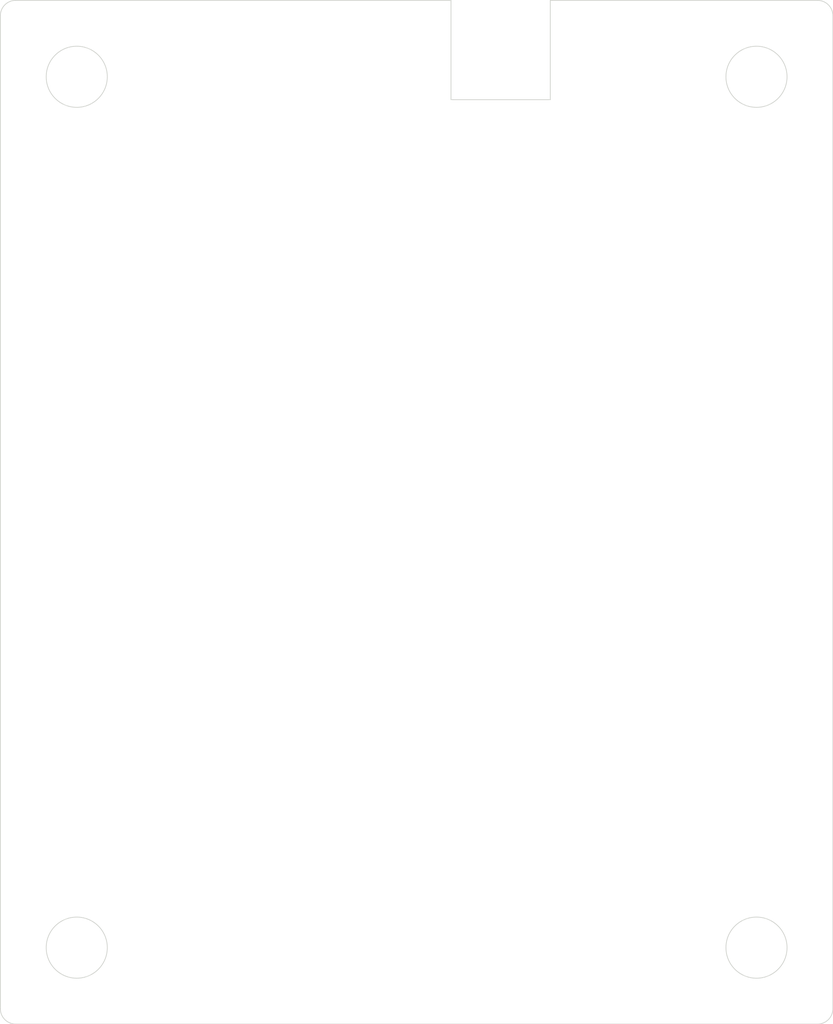
<source format=kicad_pcb>
(kicad_pcb
	(version 20241229)
	(generator "pcbnew")
	(generator_version "9.0")
	(general
		(thickness 1.6)
		(legacy_teardrops no)
	)
	(paper "A4")
	(layers
		(0 "F.Cu" signal)
		(2 "B.Cu" signal)
		(9 "F.Adhes" user "F.Adhesive")
		(11 "B.Adhes" user "B.Adhesive")
		(13 "F.Paste" user)
		(15 "B.Paste" user)
		(5 "F.SilkS" user "F.Silkscreen")
		(7 "B.SilkS" user "B.Silkscreen")
		(1 "F.Mask" user)
		(3 "B.Mask" user)
		(17 "Dwgs.User" user "User.Drawings")
		(19 "Cmts.User" user "User.Comments")
		(21 "Eco1.User" user "User.Eco1")
		(23 "Eco2.User" user "User.Eco2")
		(25 "Edge.Cuts" user)
		(27 "Margin" user)
		(31 "F.CrtYd" user "F.Courtyard")
		(29 "B.CrtYd" user "B.Courtyard")
		(35 "F.Fab" user)
		(33 "B.Fab" user)
		(39 "User.1" user)
		(41 "User.2" user)
		(43 "User.3" user)
		(45 "User.4" user)
	)
	(setup
		(pad_to_mask_clearance 0)
		(allow_soldermask_bridges_in_footprints no)
		(tenting front back)
		(pcbplotparams
			(layerselection 0x00000000_00000000_55555555_5755f5ff)
			(plot_on_all_layers_selection 0x00000000_00000000_00000000_00000000)
			(disableapertmacros no)
			(usegerberextensions no)
			(usegerberattributes yes)
			(usegerberadvancedattributes yes)
			(creategerberjobfile yes)
			(dashed_line_dash_ratio 12.000000)
			(dashed_line_gap_ratio 3.000000)
			(svgprecision 4)
			(plotframeref no)
			(mode 1)
			(useauxorigin no)
			(hpglpennumber 1)
			(hpglpenspeed 20)
			(hpglpendiameter 15.000000)
			(pdf_front_fp_property_popups yes)
			(pdf_back_fp_property_popups yes)
			(pdf_metadata yes)
			(pdf_single_document no)
			(dxfpolygonmode yes)
			(dxfimperialunits yes)
			(dxfusepcbnewfont yes)
			(psnegative no)
			(psa4output no)
			(plot_black_and_white yes)
			(sketchpadsonfab no)
			(plotpadnumbers no)
			(hidednponfab no)
			(sketchdnponfab yes)
			(crossoutdnponfab yes)
			(subtractmaskfromsilk no)
			(outputformat 1)
			(mirror no)
			(drillshape 1)
			(scaleselection 1)
			(outputdirectory "")
		)
	)
	(net 0 "")
	(gr_line
		(start 130 50)
		(end 130 56.5)
		(stroke
			(width 0.05)
			(type default)
		)
		(layer "Edge.Cuts")
		(uuid "0222ad2a-66fe-4be4-8837-be531004da01")
	)
	(gr_line
		(start 100.5 51)
		(end 100.5 116)
		(stroke
			(width 0.05)
			(type solid)
		)
		(layer "Edge.Cuts")
		(uuid "1659bc19-7fc3-4ad1-9ced-d82e9350a12a")
	)
	(gr_circle
		(center 150 112)
		(end 150 110)
		(stroke
			(width 0.05)
			(type default)
		)
		(fill no)
		(layer "Edge.Cuts")
		(uuid "1899c8ca-0062-4945-9680-01354dd32f73")
	)
	(gr_line
		(start 130 56.5)
		(end 136.5 56.5)
		(stroke
			(width 0.05)
			(type default)
		)
		(layer "Edge.Cuts")
		(uuid "3c5dfa82-035b-471a-af64-3c3ca5130fe7")
	)
	(gr_arc
		(start 100.5 51)
		(mid 100.792893 50.292893)
		(end 101.5 50)
		(stroke
			(width 0.05)
			(type default)
		)
		(layer "Edge.Cuts")
		(uuid "4844e4ef-399b-4350-901a-1946875b9bed")
	)
	(gr_circle
		(center 105.5 55)
		(end 105.5 53)
		(stroke
			(width 0.05)
			(type default)
		)
		(fill no)
		(layer "Edge.Cuts")
		(uuid "55d61544-aa16-4f15-a836-bb5924409714")
	)
	(gr_circle
		(center 150 55)
		(end 150 53)
		(stroke
			(width 0.05)
			(type default)
		)
		(fill no)
		(layer "Edge.Cuts")
		(uuid "5e74216d-64bf-4f0c-b019-6d0bdf3ccbd5")
	)
	(gr_line
		(start 130 50)
		(end 101.5 50)
		(stroke
			(width 0.05)
			(type default)
		)
		(layer "Edge.Cuts")
		(uuid "7087ee51-6926-4658-842f-9059dff3daa1")
	)
	(gr_line
		(start 155 116)
		(end 155 51)
		(stroke
			(width 0.05)
			(type default)
		)
		(layer "Edge.Cuts")
		(uuid "78765acf-fd7e-4531-a09c-75bd9342f765")
	)
	(gr_arc
		(start 155 116)
		(mid 154.707107 116.707107)
		(end 154 117)
		(stroke
			(width 0.05)
			(type default)
		)
		(layer "Edge.Cuts")
		(uuid "99385bfd-b3b7-418d-8032-37f5197be0a3")
	)
	(gr_arc
		(start 154 50)
		(mid 154.707107 50.292893)
		(end 155 51)
		(stroke
			(width 0.05)
			(type default)
		)
		(layer "Edge.Cuts")
		(uuid "a01fe606-1b32-4d0f-8a8f-bfc77ae773a7")
	)
	(gr_line
		(start 101.5 117)
		(end 154 117)
		(stroke
			(width 0.05)
			(type default)
		)
		(layer "Edge.Cuts")
		(uuid "bc996cba-01a5-42c7-a310-510fb2a0d05c")
	)
	(gr_line
		(start 136.5 56.5)
		(end 136.5 50)
		(stroke
			(width 0.05)
			(type default)
		)
		(layer "Edge.Cuts")
		(uuid "c0dd3ea5-5bb7-4602-acb9-abd8e343e277")
	)
	(gr_line
		(start 136.5 50)
		(end 154 50)
		(stroke
			(width 0.05)
			(type default)
		)
		(layer "Edge.Cuts")
		(uuid "ccd58d21-839f-409d-b9e7-b915fae2f341")
	)
	(gr_arc
		(start 101.5 117)
		(mid 100.792893 116.707107)
		(end 100.5 116)
		(stroke
			(width 0.05)
			(type default)
		)
		(layer "Edge.Cuts")
		(uuid "d02a076c-6bdf-4764-aae7-f82974ae21e8")
	)
	(gr_circle
		(center 105.5 112)
		(end 105.5 110)
		(stroke
			(width 0.05)
			(type default)
		)
		(fill no)
		(layer "Edge.Cuts")
		(uuid "d6182ae7-5a65-432d-8494-dad2a40f0354")
	)
	(embedded_fonts no)
)

</source>
